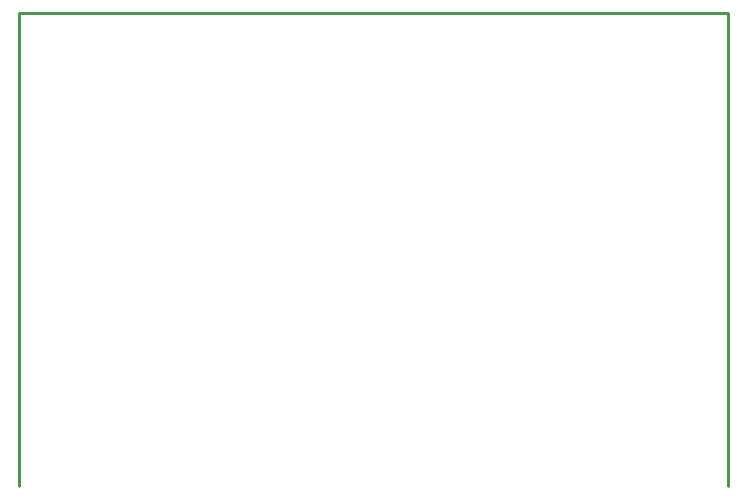
<source format=gko>
%FSTAX23Y23*%
%MOMM*%
%SFA1B1*%

%IPPOS*%
%ADD45C,0.250000*%
%LNmain_board-1*%
%LPD*%
G54D45*
X0Y0D02*
Y39999D01*
X59999*
Y0D02*
Y39999D01*
M02*
</source>
